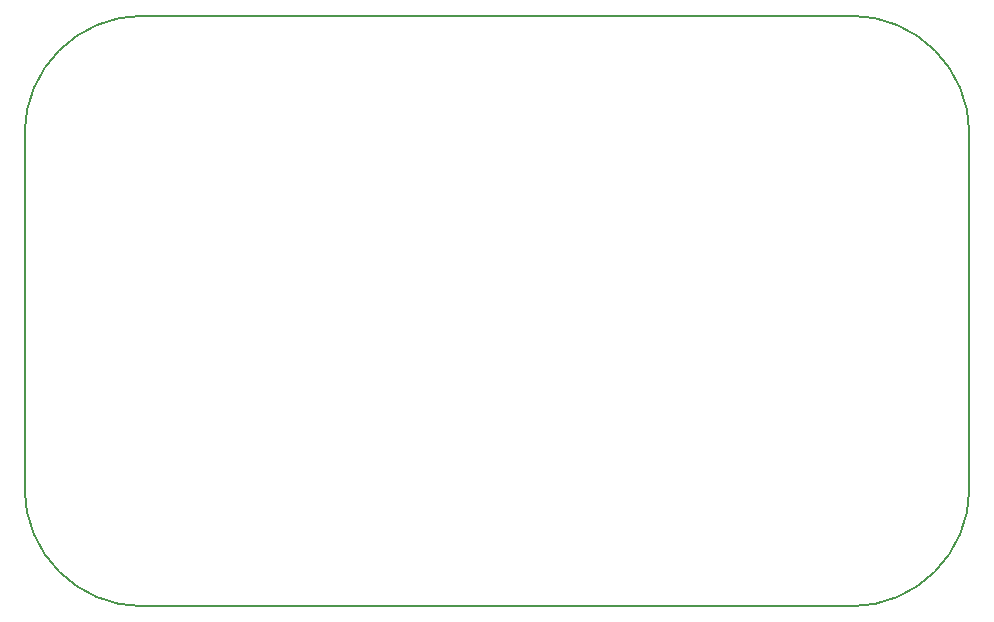
<source format=gm1>
G04 #@! TF.FileFunction,Profile,NP*
%FSLAX46Y46*%
G04 Gerber Fmt 4.6, Leading zero omitted, Abs format (unit mm)*
G04 Created by KiCad (PCBNEW 4.0.7) date Tue Jan 16 16:57:22 2018*
%MOMM*%
%LPD*%
G01*
G04 APERTURE LIST*
%ADD10C,0.100000*%
%ADD11C,0.150000*%
G04 APERTURE END LIST*
D10*
D11*
X60000000Y-50000000D02*
G75*
G03X50000000Y-60000000I0J-10000000D01*
G01*
X50000000Y-90000000D02*
G75*
G03X60000000Y-100000000I10000000J0D01*
G01*
X120000000Y-100000000D02*
G75*
G03X130000000Y-90000000I0J10000000D01*
G01*
X130000000Y-60000000D02*
G75*
G03X120000000Y-50000000I-10000000J0D01*
G01*
X50000000Y-60000000D02*
X50000000Y-90000000D01*
X60000000Y-100000000D02*
X120000000Y-100000000D01*
X130000000Y-60000000D02*
X130000000Y-90000000D01*
X60000000Y-50000000D02*
X120000000Y-50000000D01*
M02*

</source>
